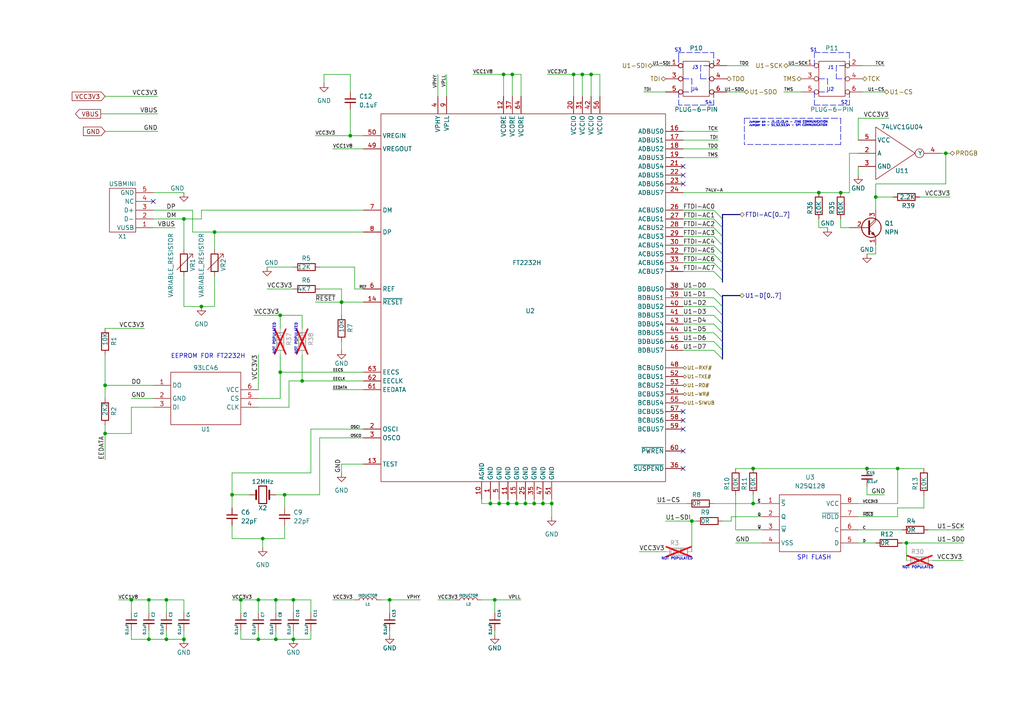
<source format=kicad_sch>
(kicad_sch (version 20230121) (generator eeschema)
  (paper "A4")
  (junction (at 146.05 21.59))
  (junction (at 160.02 146.05))
  (junction (at 43.18 185.42))
  (junction (at 143.51 173.99))
  (junction (at 85.09 185.42))
  (junction (at 74.93 185.42))
  (junction (at 168.91 21.59))
  (junction (at 80.01 173.99))
  (junction (at 171.45 21.59))
  (junction (at 142.24 146.05))
  (junction (at 67.31 143.51))
  (junction (at 144.78 146.05))
  (junction (at 30.48 111.76))
  (junction (at 148.59 21.59))
  (junction (at 260.35 135.89))
  (junction (at 274.32 44.45))
  (junction (at 200.66 151.13))
  (junction (at 74.93 173.99))
  (junction (at 82.55 143.51))
  (junction (at 62.23 67.31))
  (junction (at 218.44 146.05))
  (junction (at 101.6 39.37))
  (junction (at 48.26 173.99))
  (junction (at 152.4 146.05))
  (junction (at 30.48 125.73))
  (junction (at 99.06 87.63))
  (junction (at 262.89 157.48))
  (junction (at 157.48 146.05))
  (junction (at 251.46 135.89))
  (junction (at 43.18 173.99))
  (junction (at 69.85 173.99))
  (junction (at 243.84 55.88))
  (junction (at 76.2 156.21))
  (junction (at 149.86 146.05))
  (junction (at 147.32 146.05))
  (junction (at 80.01 185.42))
  (junction (at 38.1 173.99))
  (junction (at 48.26 185.42))
  (junction (at 166.37 21.59))
  (junction (at 58.42 88.9))
  (junction (at 154.94 146.05))
  (junction (at 53.34 63.5))
  (junction (at 254 57.15))
  (junction (at 237.49 55.88))
  (junction (at 218.44 135.89))
  (junction (at 81.28 107.95))
  (junction (at 87.63 110.49))
  (junction (at 85.09 173.99))
  (junction (at 53.34 185.42))
  (junction (at 113.03 173.99))
  (junction (at 81.28 91.44))
  (no_connect (at 198.12 53.34))
  (no_connect (at 198.12 135.89))
  (no_connect (at 198.12 124.46))
  (no_connect (at 44.45 58.42))
  (no_connect (at 198.12 130.81))
  (no_connect (at 198.12 48.26))
  (no_connect (at 198.12 121.92))
  (no_connect (at 198.12 50.8))
  (no_connect (at 198.12 119.38))
  (bus_entry (at 209.55 66.04) (size -2.54 -2.54))
  (bus_entry (at 209.55 104.14) (size -2.54 -2.54))
  (bus_entry (at 209.55 91.44) (size -2.54 -2.54))
  (bus_entry (at 209.55 76.2) (size -2.54 -2.54))
  (bus_entry (at 209.55 96.52) (size -2.54 -2.54))
  (bus_entry (at 209.55 81.28) (size -2.54 -2.54))
  (bus_entry (at 209.55 68.58) (size -2.54 -2.54))
  (bus_entry (at 209.55 71.12) (size -2.54 -2.54))
  (bus_entry (at 209.55 86.36) (size -2.54 -2.54))
  (bus_entry (at 209.55 93.98) (size -2.54 -2.54))
  (bus_entry (at 209.55 63.5) (size -2.54 -2.54))
  (bus_entry (at 209.55 88.9) (size -2.54 -2.54))
  (bus_entry (at 209.55 99.06) (size -2.54 -2.54))
  (bus_entry (at 209.55 78.74) (size -2.54 -2.54))
  (bus_entry (at 209.55 101.6) (size -2.54 -2.54))
  (bus_entry (at 209.55 73.66) (size -2.54 -2.54))
  (wire (pts (xy 99.06 87.63) (xy 99.06 91.44)))
  (wire (pts (xy 250.19 26.67) (xy 256.54 26.67)))
  (wire (pts (xy 80.01 173.99) (xy 85.09 173.99)))
  (wire (pts (xy 85.09 173.99) (xy 85.09 177.8)))
  (wire (pts (xy 198.12 60.96) (xy 207.01 60.96)))
  (wire (pts (xy 74.93 173.99) (xy 80.01 173.99)))
  (polyline (pts (xy 203.2 19.05) (xy 203.2 22.86)) (stroke (width 0) (type dash)))
  (wire (pts (xy 30.48 125.73) (xy 30.48 133.35)))
  (wire (pts (xy 90.17 137.16) (xy 67.31 137.16)))
  (wire (pts (xy 44.45 118.11) (xy 38.1 118.11)))
  (wire (pts (xy 260.35 149.86) (xy 260.35 147.32)))
  (wire (pts (xy 198.12 71.12) (xy 207.01 71.12)))
  (wire (pts (xy 129.54 21.59) (xy 129.54 27.94)))
  (wire (pts (xy 198.12 101.6) (xy 207.01 101.6)))
  (wire (pts (xy 254 53.34) (xy 254 57.15)))
  (wire (pts (xy 200.66 151.13) (xy 201.93 151.13)))
  (wire (pts (xy 34.29 173.99) (xy 38.1 173.99)))
  (wire (pts (xy 38.1 118.11) (xy 38.1 125.73)))
  (wire (pts (xy 99.06 99.06) (xy 99.06 101.6)))
  (wire (pts (xy 139.7 173.99) (xy 143.51 173.99)))
  (wire (pts (xy 237.49 66.04) (xy 240.03 66.04)))
  (wire (pts (xy 198.12 66.04) (xy 207.01 66.04)))
  (polyline (pts (xy 243.84 41.91) (xy 241.3 41.91)) (stroke (width 0) (type dash)))
  (bus (pts (xy 209.55 78.74) (xy 209.55 81.28)))
  (wire (pts (xy 148.59 21.59) (xy 151.13 21.59)))
  (wire (pts (xy 43.18 182.88) (xy 43.18 185.42)))
  (wire (pts (xy 198.12 73.66) (xy 207.01 73.66)))
  (polyline (pts (xy 236.22 19.05) (xy 236.22 15.24)) (stroke (width 0) (type dash)))
  (wire (pts (xy 91.44 39.37) (xy 101.6 39.37)))
  (wire (pts (xy 198.12 99.06) (xy 207.01 99.06)))
  (wire (pts (xy 273.05 44.45) (xy 274.32 44.45)))
  (wire (pts (xy 48.26 173.99) (xy 48.26 177.8)))
  (wire (pts (xy 53.34 177.8) (xy 53.34 173.99)))
  (wire (pts (xy 69.85 177.8) (xy 69.85 173.99)))
  (polyline (pts (xy 237.49 26.67) (xy 240.03 26.67)) (stroke (width 0) (type dash)))
  (wire (pts (xy 213.36 135.89) (xy 218.44 135.89)))
  (wire (pts (xy 146.05 21.59) (xy 148.59 21.59)))
  (polyline (pts (xy 207.01 26.67) (xy 207.01 30.48)) (stroke (width 0) (type dash)))
  (bus (pts (xy 209.55 96.52) (xy 209.55 99.06)))
  (polyline (pts (xy 196.85 16.51) (xy 196.85 19.05)) (stroke (width 0) (type dash)))
  (wire (pts (xy 96.52 43.18) (xy 105.41 43.18)))
  (wire (pts (xy 69.85 182.88) (xy 69.85 185.42)))
  (wire (pts (xy 74.93 102.87) (xy 74.93 113.03)))
  (wire (pts (xy 260.35 135.89) (xy 267.97 135.89)))
  (wire (pts (xy 80.01 182.88) (xy 80.01 185.42)))
  (wire (pts (xy 30.48 111.76) (xy 30.48 102.87)))
  (wire (pts (xy 77.47 77.47) (xy 85.09 77.47)))
  (polyline (pts (xy 215.9 34.29) (xy 241.3 34.29)) (stroke (width 0) (type dash)))
  (wire (pts (xy 243.84 55.88) (xy 246.38 55.88)))
  (wire (pts (xy 198.12 63.5) (xy 207.01 63.5)))
  (wire (pts (xy 143.51 173.99) (xy 143.51 177.8)))
  (wire (pts (xy 105.41 127) (xy 92.71 127)))
  (wire (pts (xy 101.6 21.59) (xy 93.98 21.59)))
  (wire (pts (xy 198.12 76.2) (xy 207.01 76.2)))
  (bus (pts (xy 209.55 73.66) (xy 209.55 76.2)))
  (wire (pts (xy 228.6 19.05) (xy 232.41 19.05)))
  (wire (pts (xy 44.45 111.76) (xy 30.48 111.76)))
  (wire (pts (xy 48.26 185.42) (xy 53.34 185.42)))
  (wire (pts (xy 67.31 156.21) (xy 67.31 152.4)))
  (polyline (pts (xy 246.38 26.67) (xy 246.38 30.48)) (stroke (width 0) (type dash)))
  (wire (pts (xy 267.97 147.32) (xy 267.97 143.51)))
  (wire (pts (xy 74.93 185.42) (xy 69.85 185.42)))
  (wire (pts (xy 144.78 144.78) (xy 144.78 146.05)))
  (wire (pts (xy 48.26 173.99) (xy 53.34 173.99)))
  (wire (pts (xy 77.47 83.82) (xy 85.09 83.82)))
  (wire (pts (xy 190.5 146.05) (xy 199.39 146.05)))
  (wire (pts (xy 154.94 146.05) (xy 157.48 146.05)))
  (polyline (pts (xy 198.12 26.67) (xy 200.66 26.67)) (stroke (width 0) (type dash)))
  (wire (pts (xy 87.63 91.44) (xy 87.63 95.25)))
  (wire (pts (xy 113.03 173.99) (xy 121.92 173.99)))
  (wire (pts (xy 246.38 66.04) (xy 243.84 66.04)))
  (wire (pts (xy 151.13 21.59) (xy 151.13 27.94)))
  (wire (pts (xy 248.92 34.29) (xy 257.81 34.29)))
  (wire (pts (xy 269.24 153.67) (xy 279.4 153.67)))
  (wire (pts (xy 99.06 83.82) (xy 92.71 83.82)))
  (polyline (pts (xy 207.01 30.48) (xy 196.85 30.48)) (stroke (width 0) (type dash)))
  (wire (pts (xy 53.34 63.5) (xy 44.45 63.5)))
  (wire (pts (xy 127 173.99) (xy 132.08 173.99)))
  (wire (pts (xy 87.63 102.87) (xy 87.63 110.49)))
  (wire (pts (xy 198.12 38.1) (xy 208.28 38.1)))
  (polyline (pts (xy 243.84 34.29) (xy 243.84 41.91)) (stroke (width 0) (type dash)))
  (wire (pts (xy 55.88 60.96) (xy 55.88 67.31)))
  (wire (pts (xy 168.91 21.59) (xy 171.45 21.59)))
  (bus (pts (xy 209.55 68.58) (xy 209.55 71.12)))
  (polyline (pts (xy 245.11 19.05) (xy 242.57 19.05)) (stroke (width 0) (type dash)))
  (wire (pts (xy 248.92 153.67) (xy 261.62 153.67)))
  (wire (pts (xy 74.93 182.88) (xy 74.93 185.42)))
  (polyline (pts (xy 196.85 15.24) (xy 196.85 16.51)) (stroke (width 0) (type dash)))
  (wire (pts (xy 92.71 77.47) (xy 102.87 77.47)))
  (bus (pts (xy 209.55 85.725) (xy 214.63 85.725)))
  (wire (pts (xy 81.28 91.44) (xy 81.28 95.25)))
  (wire (pts (xy 30.48 27.94) (xy 45.72 27.94)))
  (wire (pts (xy 82.55 143.51) (xy 82.55 147.32)))
  (wire (pts (xy 105.41 110.49) (xy 87.63 110.49)))
  (wire (pts (xy 105.41 107.95) (xy 81.28 107.95)))
  (polyline (pts (xy 240.03 22.86) (xy 240.03 26.67)) (stroke (width 0) (type dash)))
  (wire (pts (xy 198.12 91.44) (xy 207.01 91.44)))
  (wire (pts (xy 270.51 162.56) (xy 279.4 162.56)))
  (wire (pts (xy 248.92 48.26) (xy 248.92 50.8)))
  (wire (pts (xy 67.31 137.16) (xy 67.31 143.51)))
  (wire (pts (xy 38.1 173.99) (xy 43.18 173.99)))
  (wire (pts (xy 87.63 110.49) (xy 83.82 110.49)))
  (wire (pts (xy 173.99 27.94) (xy 173.99 21.59)))
  (wire (pts (xy 30.48 38.1) (xy 45.72 38.1)))
  (wire (pts (xy 212.09 151.13) (xy 209.55 151.13)))
  (wire (pts (xy 160.02 144.78) (xy 160.02 146.05)))
  (wire (pts (xy 243.84 66.04) (xy 243.84 63.5)))
  (wire (pts (xy 198.12 55.88) (xy 237.49 55.88)))
  (wire (pts (xy 90.17 173.99) (xy 90.17 177.8)))
  (wire (pts (xy 148.59 21.59) (xy 148.59 27.94)))
  (wire (pts (xy 218.44 135.89) (xy 251.46 135.89)))
  (wire (pts (xy 93.98 21.59) (xy 93.98 24.13)))
  (wire (pts (xy 105.41 60.96) (xy 58.42 60.96)))
  (bus (pts (xy 209.55 62.23) (xy 209.55 63.5)))
  (bus (pts (xy 209.55 93.98) (xy 209.55 96.52)))
  (wire (pts (xy 210.82 19.05) (xy 217.17 19.05)))
  (wire (pts (xy 218.44 143.51) (xy 218.44 146.05)))
  (wire (pts (xy 44.45 55.88) (xy 53.34 55.88)))
  (wire (pts (xy 113.03 182.88) (xy 113.03 184.15)))
  (wire (pts (xy 83.82 110.49) (xy 83.82 118.11)))
  (wire (pts (xy 274.32 44.45) (xy 275.59 44.45)))
  (wire (pts (xy 74.93 118.11) (xy 83.82 118.11)))
  (bus (pts (xy 214.63 62.23) (xy 209.55 62.23)))
  (wire (pts (xy 198.12 88.9) (xy 207.01 88.9)))
  (wire (pts (xy 185.42 160.02) (xy 193.04 160.02)))
  (wire (pts (xy 168.91 21.59) (xy 168.91 27.94)))
  (wire (pts (xy 266.7 57.15) (xy 275.59 57.15)))
  (wire (pts (xy 90.17 185.42) (xy 85.09 185.42)))
  (wire (pts (xy 99.06 134.62) (xy 105.41 134.62)))
  (bus (pts (xy 209.55 86.36) (xy 209.55 88.9)))
  (wire (pts (xy 254 53.34) (xy 274.32 53.34)))
  (wire (pts (xy 82.55 156.21) (xy 76.2 156.21)))
  (wire (pts (xy 74.93 173.99) (xy 74.93 177.8)))
  (wire (pts (xy 48.26 182.88) (xy 48.26 185.42)))
  (wire (pts (xy 127 21.59) (xy 127 27.94)))
  (wire (pts (xy 149.86 144.78) (xy 149.86 146.05)))
  (wire (pts (xy 251.46 73.66) (xy 254 73.66)))
  (wire (pts (xy 186.69 26.67) (xy 193.04 26.67)))
  (wire (pts (xy 213.36 157.48) (xy 220.98 157.48)))
  (wire (pts (xy 81.28 115.57) (xy 74.93 115.57)))
  (wire (pts (xy 198.12 45.72) (xy 208.28 45.72)))
  (wire (pts (xy 73.66 91.44) (xy 81.28 91.44)))
  (wire (pts (xy 147.32 144.78) (xy 147.32 146.05)))
  (wire (pts (xy 38.1 115.57) (xy 44.45 115.57)))
  (wire (pts (xy 91.44 87.63) (xy 99.06 87.63)))
  (wire (pts (xy 62.23 67.31) (xy 62.23 72.39)))
  (polyline (pts (xy 236.22 30.48) (xy 246.38 30.48)) (stroke (width 0) (type dash)))
  (wire (pts (xy 58.42 88.9) (xy 53.34 88.9)))
  (wire (pts (xy 254 57.15) (xy 259.08 57.15)))
  (wire (pts (xy 246.38 44.45) (xy 248.92 44.45)))
  (wire (pts (xy 237.49 55.88) (xy 243.84 55.88)))
  (wire (pts (xy 81.28 91.44) (xy 87.63 91.44)))
  (wire (pts (xy 48.26 185.42) (xy 43.18 185.42)))
  (wire (pts (xy 248.92 146.05) (xy 260.35 146.05)))
  (wire (pts (xy 139.7 146.05) (xy 142.24 146.05)))
  (wire (pts (xy 248.92 157.48) (xy 254 157.48)))
  (wire (pts (xy 99.06 87.63) (xy 99.06 83.82)))
  (wire (pts (xy 85.09 173.99) (xy 90.17 173.99)))
  (polyline (pts (xy 236.22 26.67) (xy 236.22 30.48)) (stroke (width 0) (type dash)))
  (wire (pts (xy 227.33 26.67) (xy 232.41 26.67)))
  (wire (pts (xy 85.09 182.88) (xy 85.09 185.42)))
  (wire (pts (xy 262.89 157.48) (xy 279.4 157.48)))
  (wire (pts (xy 62.23 80.01) (xy 62.23 88.9)))
  (wire (pts (xy 198.12 83.82) (xy 207.01 83.82)))
  (wire (pts (xy 147.32 146.05) (xy 149.86 146.05)))
  (wire (pts (xy 251.46 135.89) (xy 260.35 135.89)))
  (wire (pts (xy 90.17 124.46) (xy 90.17 137.16)))
  (wire (pts (xy 53.34 63.5) (xy 53.34 72.39)))
  (wire (pts (xy 198.12 86.36) (xy 207.01 86.36)))
  (polyline (pts (xy 241.3 41.91) (xy 215.9 41.91)) (stroke (width 0) (type dash)))
  (wire (pts (xy 198.12 43.18) (xy 208.28 43.18)))
  (polyline (pts (xy 205.74 19.05) (xy 203.2 19.05)) (stroke (width 0) (type dash)))
  (polyline (pts (xy 203.2 22.86) (xy 205.74 22.86)) (stroke (width 0) (type dash)))
  (wire (pts (xy 260.35 147.32) (xy 267.97 147.32)))
  (bus (pts (xy 209.55 99.06) (xy 209.55 101.6)))
  (wire (pts (xy 44.45 60.96) (xy 55.88 60.96)))
  (wire (pts (xy 149.86 146.05) (xy 152.4 146.05)))
  (bus (pts (xy 209.55 63.5) (xy 209.55 66.04)))
  (wire (pts (xy 67.31 143.51) (xy 72.39 143.51)))
  (wire (pts (xy 248.92 149.86) (xy 260.35 149.86)))
  (wire (pts (xy 154.94 144.78) (xy 154.94 146.05)))
  (wire (pts (xy 38.1 125.73) (xy 30.48 125.73)))
  (wire (pts (xy 55.88 67.31) (xy 62.23 67.31)))
  (wire (pts (xy 254 60.96) (xy 254 57.15)))
  (wire (pts (xy 144.78 146.05) (xy 147.32 146.05)))
  (wire (pts (xy 43.18 185.42) (xy 38.1 185.42)))
  (polyline (pts (xy 237.49 22.86) (xy 240.03 22.86)) (stroke (width 0) (type dash)))
  (bus (pts (xy 209.55 101.6) (xy 209.55 104.14)))
  (wire (pts (xy 43.18 173.99) (xy 48.26 173.99)))
  (wire (pts (xy 76.2 156.21) (xy 76.2 158.75)))
  (wire (pts (xy 198.12 78.74) (xy 207.01 78.74)))
  (wire (pts (xy 80.01 173.99) (xy 80.01 177.8)))
  (bus (pts (xy 209.55 88.9) (xy 209.55 91.44)))
  (wire (pts (xy 171.45 21.59) (xy 173.99 21.59)))
  (wire (pts (xy 81.28 102.87) (xy 81.28 107.95)))
  (wire (pts (xy 139.7 144.78) (xy 139.7 146.05)))
  (wire (pts (xy 220.98 149.86) (xy 212.09 149.86)))
  (polyline (pts (xy 196.85 15.24) (xy 207.01 15.24)) (stroke (width 0) (type dash)))
  (wire (pts (xy 262.89 157.48) (xy 262.89 162.56)))
  (wire (pts (xy 143.51 173.99) (xy 151.13 173.99)))
  (polyline (pts (xy 200.66 22.86) (xy 200.66 26.67)) (stroke (width 0) (type dash)))
  (wire (pts (xy 207.01 146.05) (xy 218.44 146.05)))
  (bus (pts (xy 209.55 81.28) (xy 209.55 81.788)))
  (wire (pts (xy 67.31 173.99) (xy 69.85 173.99)))
  (wire (pts (xy 171.45 21.59) (xy 171.45 27.94)))
  (wire (pts (xy 90.17 182.88) (xy 90.17 185.42)))
  (wire (pts (xy 43.18 173.99) (xy 43.18 177.8)))
  (polyline (pts (xy 241.3 34.29) (xy 243.84 34.29)) (stroke (width 0) (type dash)))
  (polyline (pts (xy 246.38 15.24) (xy 246.38 19.05)) (stroke (width 0) (type dash)))
  (wire (pts (xy 143.51 182.88) (xy 143.51 184.15)))
  (polyline (pts (xy 215.9 34.29) (xy 215.9 41.91)) (stroke (width 0) (type dash)))
  (wire (pts (xy 102.87 83.82) (xy 105.41 83.82)))
  (wire (pts (xy 250.19 19.05) (xy 256.54 19.05)))
  (wire (pts (xy 166.37 21.59) (xy 166.37 27.94)))
  (wire (pts (xy 251.46 143.51) (xy 256.54 143.51)))
  (wire (pts (xy 212.09 149.86) (xy 212.09 151.13)))
  (wire (pts (xy 142.24 146.05) (xy 144.78 146.05)))
  (wire (pts (xy 67.31 143.51) (xy 67.31 147.32)))
  (wire (pts (xy 152.4 146.05) (xy 154.94 146.05)))
  (wire (pts (xy 261.62 157.48) (xy 262.89 157.48)))
  (wire (pts (xy 62.23 67.31) (xy 105.41 67.31)))
  (wire (pts (xy 157.48 146.05) (xy 160.02 146.05)))
  (wire (pts (xy 189.23 19.05) (xy 193.04 19.05)))
  (wire (pts (xy 62.23 88.9) (xy 58.42 88.9)))
  (polyline (pts (xy 242.57 22.86) (xy 245.11 22.86)) (stroke (width 0) (type dash)))
  (wire (pts (xy 30.48 111.76) (xy 30.48 115.57)))
  (wire (pts (xy 38.1 173.99) (xy 38.1 177.8)))
  (bus (pts (xy 209.55 71.12) (xy 209.55 73.66)))
  (polyline (pts (xy 198.12 22.86) (xy 200.66 22.86)) (stroke (width 0) (type dash)))
  (polyline (pts (xy 207.01 15.24) (xy 207.01 19.05)) (stroke (width 0) (type dash)))
  (wire (pts (xy 92.71 143.51) (xy 82.55 143.51)))
  (wire (pts (xy 101.6 26.67) (xy 101.6 21.59)))
  (bus (pts (xy 209.55 76.2) (xy 209.55 78.74)))
  (wire (pts (xy 82.55 152.4) (xy 82.55 156.21)))
  (wire (pts (xy 213.36 153.67) (xy 220.98 153.67)))
  (wire (pts (xy 110.49 173.99) (xy 113.03 173.99)))
  (wire (pts (xy 254 71.12) (xy 254 73.66)))
  (wire (pts (xy 92.71 127) (xy 92.71 143.51)))
  (polyline (pts (xy 196.85 26.67) (xy 196.85 30.48)) (stroke (width 0) (type dash)))
  (wire (pts (xy 142.24 144.78) (xy 142.24 146.05)))
  (wire (pts (xy 246.38 55.88) (xy 246.38 44.45)))
  (wire (pts (xy 237.49 63.5) (xy 237.49 66.04)))
  (wire (pts (xy 193.04 151.13) (xy 200.66 151.13)))
  (wire (pts (xy 260.35 146.05) (xy 260.35 135.89)))
  (bus (pts (xy 209.55 85.725) (xy 209.55 86.36)))
  (wire (pts (xy 198.12 68.58) (xy 207.01 68.58)))
  (wire (pts (xy 53.34 182.88) (xy 53.34 185.42)))
  (wire (pts (xy 99.06 137.16) (xy 99.06 134.62)))
  (wire (pts (xy 198.12 40.64) (xy 208.28 40.64)))
  (wire (pts (xy 85.09 185.42) (xy 80.01 185.42)))
  (wire (pts (xy 38.1 185.42) (xy 38.1 182.88)))
  (wire (pts (xy 69.85 173.99) (xy 74.93 173.99)))
  (wire (pts (xy 152.4 144.78) (xy 152.4 146.05)))
  (wire (pts (xy 102.87 77.47) (xy 102.87 83.82)))
  (wire (pts (xy 96.52 113.03) (xy 105.41 113.03)))
  (wire (pts (xy 101.6 31.75) (xy 101.6 39.37)))
  (wire (pts (xy 96.52 173.99) (xy 102.87 173.99)))
  (wire (pts (xy 218.44 146.05) (xy 220.98 146.05)))
  (wire (pts (xy 80.01 185.42) (xy 74.93 185.42)))
  (wire (pts (xy 157.48 144.78) (xy 157.48 146.05)))
  (wire (pts (xy 81.28 107.95) (xy 81.28 115.57)))
  (bus (pts (xy 209.55 66.04) (xy 209.55 68.58)))
  (wire (pts (xy 213.36 143.51) (xy 213.36 153.67)))
  (wire (pts (xy 160.02 146.05) (xy 160.02 149.86)))
  (wire (pts (xy 99.06 87.63) (xy 105.41 87.63)))
  (wire (pts (xy 158.75 21.59) (xy 166.37 21.59)))
  (wire (pts (xy 200.66 151.13) (xy 200.66 160.02)))
  (wire (pts (xy 58.42 63.5) (xy 53.34 63.5)))
  (wire (pts (xy 30.48 95.25) (xy 41.91 95.25)))
  (wire (pts (xy 248.92 40.64) (xy 248.92 34.29)))
  (wire (pts (xy 146.05 21.59) (xy 146.05 27.94)))
  (wire (pts (xy 251.46 140.97) (xy 251.46 143.51)))
  (wire (pts (xy 76.2 156.21) (xy 67.31 156.21)))
  (wire (pts (xy 53.34 88.9) (xy 53.34 80.01)))
  (wire (pts (xy 198.12 93.98) (xy 207.01 93.98)))
  (wire (pts (xy 166.37 21.59) (xy 168.91 21.59)))
  (wire (pts (xy 113.03 173.99) (xy 113.03 177.8)))
  (wire (pts (xy 198.12 96.52) (xy 207.01 96.52)))
  (wire (pts (xy 137.16 21.59) (xy 146.05 21.59)))
  (wire (pts (xy 101.6 39.37) (xy 105.41 39.37)))
  (bus (pts (xy 209.55 91.44) (xy 209.55 93.98)))
  (wire (pts (xy 29.21 33.02) (xy 45.72 33.02)))
  (wire (pts (xy 82.55 143.51) (xy 80.01 143.51)))
  (wire (pts (xy 274.32 44.45) (xy 274.32 53.34)))
  (wire (pts (xy 58.42 60.96) (xy 58.42 63.5)))
  (wire (pts (xy 105.41 124.46) (xy 90.17 124.46)))
  (wire (pts (xy 30.48 123.19) (xy 30.48 125.73)))
  (wire (pts (xy 210.82 26.67) (xy 215.9 26.67)))
  (polyline (pts (xy 242.57 19.05) (xy 242.57 22.86)) (stroke (width 0) (type dash)))
  (wire (pts (xy 44.45 66.04) (xy 50.8 66.04)))
  (polyline (pts (xy 236.22 15.24) (xy 246.38 15.24)) (stroke (width 0) (type dash)))
  (text "J4" (at 200.66 26.67 0) (effects (font (size 1 1)) (justify left bottom)))
  (text "S4" (at 204.47 30.48 0) (effects (font (size 1 1)) (justify left bottom)))
  (text "NOT POPULATED" (at 191.77 162.56 0) (effects (font (size 0.75 0.75)) (justify left bottom)))
  (text "S2" (at 243.84 30.48 0) (effects (font (size 1 1)) (justify left bottom)))
  (text "NOT POPULATED" (at 80.01 102.87 90) (effects (font (size 0.75 0.75)) (justify left bottom)))
  (text "SPI FLASH" (at 231.14 162.56 0) (effects (font (size 1.27 1.27)) (justify left bottom)))
  (text "J1" (at 240.03 20.32 0) (effects (font (size 1 1)) (justify left bottom)))
  (text "NOT POPULATED" (at 261.62 165.1 0) (effects (font (size 0.75 0.75)) (justify left bottom)))
  (text "S3" (at 195.58 15.24 0) (effects (font (size 1 1)) (justify left bottom)))
  (text "Jumper on - J1,J2,J3,J4 - JTAG COMMUNICATION\nJumper on - S1,S2,S3,S4 - SPI COMMUNICATION" (at 217.17 36.83 0) (effects (font (size 0.6 0.6)) (justify left bottom)))
  (text "J2" (at 240.03 26.67 0) (effects (font (size 1 1)) (justify left bottom)))
  (text "EEPROM FOR FT2232H" (at 49.53 104.14 0) (effects (font (size 1.27 1.27)) (justify left bottom)))
  (text "S1" (at 234.95 15.24 0) (effects (font (size 1 1)) (justify left bottom)))
  (text "J3" (at 200.66 20.32 0) (effects (font (size 1 1)) (justify left bottom)))
  (text "NOT POPULATED" (at 86.36 102.87 90) (effects (font (size 0.75 0.75)) (justify left bottom)))
  (label "DO" (at 38.1 111.76 0))
  (label "DP" (at 48.26 60.96 0))
  (label "~{S}" (at 219.71 146.05 0) (effects (font (size 0.762 0.762))))
  (label "VCC3V3" (at 73.66 91.44 0))
  (label "TDI" (at 186.69 26.67 0) (effects (font (size 0.9 0.9))))
  (label "U1-D4" (at 198.12 93.98 0))
  (label "~{HOLD}" (at 250.19 149.86 0) (effects (font (size 0.762 0.762))))
  (label "FTDI-AC6" (at 198.12 76.2 0))
  (label "VCC1V8" (at 34.29 173.99 0) (effects (font (size 1 1))))
  (label "VCC3V3" (at 77.47 83.82 0))
  (label "GND" (at 252.73 143.51 0))
  (label "U1-SDI" (at 193.04 151.13 0))
  (label "TMS" (at 227.33 26.67 0) (effects (font (size 0.9 0.9))))
  (label "U1-D2" (at 198.12 88.9 0))
  (label "VCC3V3" (at 41.91 95.25 180))
  (label "VPHY" (at 121.92 173.99 180) (effects (font (size 1 1))))
  (label "GND" (at 99.06 137.16 90))
  (label "U1-D7" (at 198.12 101.6 0))
  (label "GND" (at 45.72 38.1 180))
  (label "FTDI-AC4" (at 198.12 71.12 0))
  (label "VCC1V8" (at 96.52 43.18 0) (effects (font (size 1 1))))
  (label "U1-SCK" (at 271.78 153.67 0))
  (label "TMS" (at 208.28 45.72 180) (effects (font (size 1 1))))
  (label "VCC3V3" (at 275.59 57.15 180))
  (label "VBUS" (at 45.72 33.02 180))
  (label "VCC3V3" (at 271.78 162.56 0))
  (label "GND" (at 213.36 157.48 0))
  (label "VCC3V3" (at 45.72 27.94 180))
  (label "VPLL" (at 129.54 21.59 270) (effects (font (size 1 1))))
  (label "U1-D0" (at 198.12 83.82 0))
  (label "FTDI-AC7" (at 198.12 78.74 0))
  (label "TCK" (at 256.54 19.05 180) (effects (font (size 0.9 0.9))))
  (label "U1-CS" (at 256.54 26.67 180) (effects (font (size 0.9 0.9))))
  (label "TDO" (at 217.17 19.05 180) (effects (font (size 0.9 0.9))))
  (label "FTDI-AC3" (at 198.12 68.58 0))
  (label "VCC3V3" (at 74.93 102.87 270))
  (label "U1-SDO" (at 271.78 157.48 0))
  (label "TDI" (at 208.28 40.64 180) (effects (font (size 1 1))))
  (label "GND" (at 38.1 115.57 0))
  (label "C" (at 250.19 153.67 0) (effects (font (size 0.762 0.762))))
  (label "OSCO" (at 101.6 127 0) (effects (font (size 0.762 0.762))))
  (label "DM" (at 48.26 63.5 0))
  (label "EEDATA" (at 96.52 113.03 0) (effects (font (size 0.762 0.762))))
  (label "VPHY" (at 127 21.59 270) (effects (font (size 1 1))))
  (label "U1-SDO" (at 215.9 26.67 180) (effects (font (size 0.9 0.9))))
  (label "REF" (at 104.14 83.82 0) (effects (font (size 0.762 0.762))))
  (label "U1-SCK" (at 228.6 19.05 0) (effects (font (size 0.9 0.9))))
  (label "VCC3V3" (at 127 173.99 0) (effects (font (size 1 1))))
  (label "VPLL" (at 151.13 173.99 180) (effects (font (size 1 1))))
  (label "VCC3V3" (at 67.31 173.99 0) (effects (font (size 1 1))))
  (label "FTDI-AC0" (at 198.12 60.96 0))
  (label "Q" (at 219.71 149.86 0) (effects (font (size 0.762 0.762))))
  (label "EEDATA" (at 30.48 133.35 90))
  (label "VCC3V3" (at 250.19 146.05 0) (effects (font (size 0.762 0.762))))
  (label "74LV-A" (at 204.47 55.88 0) (effects (font (size 0.889 0.889))))
  (label "U1-D6" (at 198.12 99.06 0))
  (label "VCC3V3" (at 185.42 160.02 0))
  (label "VBUS" (at 50.8 66.04 180))
  (label "TDO" (at 208.28 43.18 180) (effects (font (size 1 1))))
  (label "VCC3V3" (at 257.81 34.29 180))
  (label "VCC3V3" (at 91.44 39.37 0) (effects (font (size 1 1))))
  (label "OSCI" (at 101.6 124.46 0) (effects (font (size 0.762 0.762))))
  (label "EECLK" (at 96.52 110.49 0) (effects (font (size 0.762 0.762))))
  (label "VCC3V3" (at 96.52 173.99 0) (effects (font (size 1 1))))
  (label "EECS" (at 96.52 107.95 0) (effects (font (size 0.762 0.762))))
  (label "U1-D5" (at 198.12 96.52 0))
  (label "U1-CS" (at 190.5 146.05 0))
  (label "VCC1V8" (at 137.16 21.59 0) (effects (font (size 1 1))))
  (label "FTDI-AC2" (at 198.12 66.04 0))
  (label "D" (at 250.19 157.48 0) (effects (font (size 0.762 0.762))))
  (label "U1-D3" (at 198.12 91.44 0))
  (label "U1-SDI" (at 189.23 19.05 0) (effects (font (size 0.9 0.9))))
  (label "VCC3V3" (at 158.75 21.59 0) (effects (font (size 1 1))))
  (label "TCK" (at 208.28 38.1 180) (effects (font (size 1 1))))
  (label "~{RESET}" (at 91.44 87.63 0))
  (label "FTDI-AC1" (at 198.12 63.5 0))
  (label "~{W}" (at 219.71 153.67 0) (effects (font (size 0.762 0.762))))
  (label "U1-D1" (at 198.12 86.36 0))
  (label "FTDI-AC5" (at 198.12 73.66 0))
  (global_label "VBUS" (shape output) (at 29.21 33.02 180) (property "Intersheetrefs" "${INTERSHEET_REFS}" (effects hide)))
  (global_label "VCC3V3" (shape input) (at 30.48 27.94 180) (property "Intersheetrefs" "${INTERSHEET_REFS}" (effects hide)))
  (global_label "GND" (shape input) (at 30.48 38.1 180) (property "Intersheetrefs" "${INTERSHEET_REFS}" (effects hide)))
  (hierarchical_label "U1-SDI" (shape bidirectional) (at 189.23 19.05 180))
  (hierarchical_label "U1-CS" (shape bidirectional) (at 256.54 26.67 0))
  (hierarchical_label "U1-SDO" (shape bidirectional) (at 215.9 26.67 0))
  (hierarchical_label "TDO" (shape bidirectional) (at 210.82 22.86 0))
  (hierarchical_label "FTDI-AC[0..7]" (shape bidirectional) (at 214.63 62.23 0) (effects (font (size 1.25 1.25))))
  (hierarchical_label "U1-WR#" (shape bidirectional) (at 198.12 114.3 0) (effects (font (size 1 1))))
  (hierarchical_label "U1-TXE#" (shape bidirectional) (at 198.12 109.22 0) (effects (font (size 1 1))))
  (hierarchical_label "TMS" (shape bidirectional) (at 232.41 22.86 180))
  (hierarchical_label "U1-D[0..7]" (shape bidirectional) (at 214.63 85.725 0) (effects (font (size 1.25 1.25))))
  (hierarchical_label "U1-SCK" (shape bidirectional) (at 228.6 19.05 180))
  (hierarchical_label "U1-SIWUB" (shape bidirectional) (at 198.12 116.84 0) (effects (font (size 1 1))))
  (hierarchical_label "PROGB" (shape bidirectional) (at 275.59 44.45 0))
  (hierarchical_label "U1-RXF#" (shape bidirectional) (at 198.12 106.68 0) (effects (font (size 1 1))))
  (hierarchical_label "TCK" (shape bidirectional) (at 250.19 22.86 0))
  (hierarchical_label "U1-RD#" (shape bidirectional) (at 198.12 111.76 0) (effects (font (size 1 1))))
  (hierarchical_label "TDI" (shape bidirectional) (at 193.04 22.86 180))
  (symbol (lib_id "saturn:PLUG-6-PIN") (at 241.3 22.86 0) (unit 1)
    (property "Reference" "P11" (at 241.3 13.97 0))
    (property "Value" "PLUG-6-PIN" (at 241.3 31.75 0))
    (property "Footprint" "saturn:PinHeader_2x03_P2.54mm_Vertical" (effects hide))
    (property "Datasheet" "n/a" (effects hide))
    (property "Description" "PIN HEADER, DOUBLE ROW 6 PIN STR" (effects hide))
    (property "Manufacturer#" "2011-2X03G00SB" (effects hide))
    (property "Supplier" "DigiKey" (effects hide))
    (property "Manufacturer" "Oupiin" (effects hide))
  )
  (symbol (lib_id "saturn:Crystal") (at 76.2 143.51 0) (unit 1)
    (property "Reference" "X2" (at 76.2 147.32 0))
    (property "Value" "12MHz" (at 76.2 139.7 0))
    (property "Footprint" "saturn:Crystal_SMD_0603-2Pin_6.0x3.5mm" (effects hide))
    (property "Datasheet" "https://ecsxtal.com/store/pdf/ecx-64a_ecx-64cr.pdf" (effects hide))
    (property "Description" "12 MHz ±30ppm Crystal 18pF 80 Ohms 2-SMD, No Lead" (effects hide))
    (property "Manufacturer#" "ECS-120-18-23A-EN-TR" (effects hide))
    (property "Supplier" "DigiKey" (effects hide))
    (property "Manufacturer" "ECS Inc." (effects hide))
  )
  (symbol (lib_id "saturn:C_Small") (at 48.26 180.34 0) (unit 1)
    (property "Reference" "C3" (at 49.53 179.07 90) (effects (font (size 0.75 0.75)) (justify left)))
    (property "Value" "0.1uF" (at 46.99 184.15 90) (effects (font (size 0.75 0.75)) (justify left)))
    (property "Footprint" "saturn:C_0201_0603Metric" (effects hide))
    (property "Datasheet" "https://search.murata.co.jp/Ceramy/image/img/A01X/G101/ENG/GRM033R61A104KE15-01A.pdf" (effects hide))
    (property "Description" "CAP CER 0.1UF 10V X5R 0201" (effects hide))
    (property "Manufacturer#" "GRM033R61A104KE15D " (effects hide))
    (property "Supplier" "DigiKey" (effects hide))
    (property "Manufacturer" "Murata Electronics" (effects hide))
  )
  (symbol (lib_id "saturn:GND") (at 76.2 158.75 0) (unit 1)
    (property "Reference" "#PWR0109" (effects hide))
    (property "Value" "GND" (at 76.2 163.83 0))
  )
  (symbol (lib_id "saturn:93LC46") (at 59.69 115.57 0) (unit 1)
    (property "Reference" "U1" (at 59.69 124.46 0))
    (property "Value" "93LC46" (at 59.69 106.68 0))
    (property "Footprint" "saturn:SOIC127P600X175-8N" (effects hide))
    (property "Datasheet" "https://ww1.microchip.com/downloads/en/DeviceDoc/20001749K.pdf" (effects hide))
    (property "Description" "IC EEPROM 1KBIT MICROWIRE 8SOIC" (effects hide))
    (property "Manufacturer#" "93LC46CT-I/SN" (effects hide))
    (property "Supplier" "DigiKey" (effects hide))
    (property "Manufacturer" "Microchip Technology" (effects hide))
  )
  (symbol (lib_id "saturn:Q_NPN_Darlington_EBC") (at 251.46 66.04 0) (unit 1)
    (property "Reference" "Q1" (at 256.54 64.7699 0) (effects (justify left)))
    (property "Value" "NPN" (at 256.54 67.3099 0) (effects (justify left)))
    (property "Footprint" "saturn:SOT95P237X125-3N" (effects hide))
    (property "Datasheet" "https://www.mccsemi.com/pdf/Products/MMBT3904(SOT-23).pdf" (effects hide))
    (property "Description" "TRANS NPN 40V 0.2A SOT23" (effects hide))
    (property "Manufacturer#" "MMBT3904-TP" (effects hide))
    (property "Manufacturer" "Micro Commercial Co" (effects hide))
  )
  (symbol (lib_id "saturn:GND") (at 99.06 137.16 0) (unit 1)
    (property "Reference" "#PWR0106" (effects hide))
    (property "Value" "GND" (at 99.06 142.24 0))
  )
  (symbol (lib_id "saturn:GND") (at 77.47 77.47 0) (unit 1)
    (property "Reference" "#PWR0107" (effects hide))
    (property "Value" "GND" (at 78.74 76.2 0))
  )
  (symbol (lib_id "saturn:GND") (at 143.51 184.15 0) (unit 1)
    (property "Reference" "#PWR0113" (effects hide))
    (property "Value" "GND" (at 143.51 187.96 0))
  )
  (symbol (lib_id "saturn:R") (at 262.89 57.15 90) (unit 1)
    (property "Reference" "R39" (at 265.43 59.69 90) (effects (justify left)))
    (property "Value" "2.2K" (at 265.43 57.15 90) (effects (justify left)))
    (property "Footprint" "saturn:R_0603_1608Metric" (effects hide))
    (property "Datasheet" "https://www.yageo.com/upload/media/product/app/datasheet/rchip/pyu-sr_20105_rohs_l.pdf" (effects hide))
    (property "Description" "RES SMD 2.2K OHM 10% 1/5W 0603" (effects hide))
    (property "Manufacturer#" "SR0603KR-7W2K2L" (effects hide))
    (property "Supplier" "DigiKey" (effects hide))
    (property "Manufacturer" "Yageo" (effects hide))
  )
  (symbol (lib_id "saturn:74LVC1GU04") (at 257.81 44.45 0) (unit 1)
    (property "Reference" "U11" (at 261.62 49.53 0))
    (property "Value" "74LVC1GU04" (at 261.62 36.83 0))
    (property "Footprint" "saturn:SOT23-5" (effects hide))
    (property "Datasheet" "https://assets.nexperia.com/documents/data-sheet/74LVC1GU04.pdf" (effects hide))
    (property "Description" "IC INVERTER 1CH 1-INP 5TSSOP" (effects hide))
    (property "Manufacturer#" "74LVC1GU04GW,125" (effects hide))
    (property "Supplier" "DigiKey" (effects hide))
    (property "Manufacturer" "Nexperia USA Inc." (effects hide))
  )
  (symbol (lib_id "saturn:GND") (at 113.03 184.15 0) (unit 1)
    (property "Reference" "#PWR0112" (effects hide))
    (property "Value" "GND" (at 113.03 187.96 0))
  )
  (symbol (lib_id "saturn:GND") (at 240.03 66.04 0) (unit 1)
    (property "Reference" "#PWR0104" (effects hide))
    (property "Value" "GND" (at 240.03 64.77 0))
  )
  (symbol (lib_id "saturn:R") (at 267.97 139.7 0) (unit 1)
    (property "Reference" "R13" (at 265.43 142.24 90) (effects (justify left)))
    (property "Value" "10K" (at 267.97 142.24 90) (effects (justify left)))
    (property "Footprint" "saturn:R_0201_0603Metric" (effects hide))
    (property "Datasheet" "https://industrial.panasonic.com/cdbs/www-data/pdf/RDA0000/AOA0000C304.pdf" (effects hide))
    (property "Description" "RES SMD 10K OHM 1% 1/20W 0201" (effects hide))
    (property "Manufacturer#" "ERJ-1GNF1002C" (effects hide))
    (property "Supplier" "DigiKey" (effects hide))
    (property "Manufacturer" "Panasonic Electronic Componenets" (effects hide))
  )
  (symbol (lib_id "saturn:R") (at 205.74 151.13 270) (unit 1)
    (property "Reference" "R9" (at 203.2 148.59 90) (effects (justify left)))
    (property "Value" "0R" (at 203.2 151.13 90) (effects (justify left)))
    (property "Footprint" "saturn:R_0201_0603Metric" (effects hide))
    (property "Datasheet" "https://industrial.panasonic.com/cdbs/www-data/pdf/RDA0000/AOA0000C301.pdf" (effects hide))
    (property "Description" "RES SMD 0 OHM JUMPER 1/20W 0201" (effects hide))
    (property "Manufacturer#" "ERJ-1GN0R00C" (effects hide))
    (property "Supplier" "DigiKey" (effects hide))
    (property "Manufacturer" "Panasonic Electronic Componenets" (effects hide))
  )
  (symbol (lib_id "saturn:R") (at 30.48 99.06 0) (unit 1)
    (property "Reference" "R1" (at 33.02 100.33 90) (effects (justify left)))
    (property "Value" "10K" (at 30.48 100.33 90) (effects (justify left)))
    (property "Footprint" "saturn:R_0201_0603Metric" (effects hide))
    (property "Datasheet" "https://industrial.panasonic.com/cdbs/www-data/pdf/RDA0000/AOA0000C304.pdf" (effects hide))
    (property "Description" "RES SMD 10K OHM 1% 1/20W 0201" (effects hide))
    (property "Manufacturer#" "ERJ-1GNF1002C" (effects hide))
    (property "Supplier" "DigiKey" (effects hide))
    (property "Manufacturer" "Panasonic Electronic Componenets" (effects hide))
  )
  (symbol (lib_id "saturn:L") (at 135.89 173.99 90) (unit 1)
    (property "Reference" "L2" (at 135.89 175.26 90) (effects (font (size 0.75 0.75))))
    (property "Value" "INDUCTOR" (at 135.89 172.72 90) (effects (font (size 0.75 0.75))))
    (property "Footprint" "saturn:L_0603_1608Metric" (effects hide))
    (property "Datasheet" "https://www.mouser.com/datasheet/2/396/Taiyo_Yuden_LSQ03_e-3370457.pdf" (effects hide))
    (property "Description" "Power Inductors - SMD 10uH 0603 10%" (effects hide))
    (property "Manufacturer#" "LSQBB160808T100K" (effects hide))
    (property "Supplier" "Mouser" (effects hide))
    (property "Manufacturer" "Tayo Yuden" (effects hide))
  )
  (symbol (lib_id "saturn:R") (at 196.85 160.02 270) (unit 1) (in_bom no) (on_board no) (dnp yes)
    (property "Reference" "R3" (at 194.31 157.48 90) (effects (justify left)))
    (property "Value" "DNP" (at 194.31 160.02 90) (effects (justify left)))
    (property "Footprint" "saturn:R_1206_3216Metric_Pad1.30x1.75mm_HandSolder" (effects hide))
    (property "Datasheet" "n/a" (effects hide))
    (property "Description" "n/a" (effects hide))
    (property "Manufacturer#" "n/a" (effects hide))
    (property "Supplier" "n/a" (effects hide))
    (property "Manufacturer" "n/a" (effects hide))
  )
  (symbol (lib_id "saturn:USBMINI") (at 35.56 60.96 0) (unit 1)
    (property "Reference" "X1" (at 35.56 68.58 0))
    (property "Value" "USBMINI" (at 35.56 53.34 0))
    (property "Footprint" "saturn:USB_Mini-B_AdamTech_MUSB-B5-S-VT-TSMT-1_SMD_Vertical" (effects hide))
    (property "Datasheet" "https://app.adam-tech.com/products/download/data_sheet/195659/musb-b5-s-vt-tsmt-tr-data-sheet.pdf" (effects hide))
    (property "Description" "MINI USB, TYPEB, VERICAL 5 POSIT" (effects hide))
    (property "Manufacturer#" "MUSB-B5-S-VT-TSMT-T/R" (effects hide))
    (property "Supplier" "DigiKey" (effects hide))
    (property "Manufacturer" "Adam Tech" (effects hide))
  )
  (symbol (lib_id "saturn:R") (at 30.48 119.38 0) (unit 1)
    (property "Reference" "R2" (at 33.02 120.65 90) (effects (justify left)))
    (property "Value" "2K2" (at 30.48 120.65 90) (effects (justify left)))
    (property "Footprint" "saturn:R_0201_0603Metric" (effects hide))
    (property "Datasheet" "https://industrial.panasonic.com/cdbs/www-data/pdf/RDA0000/AOA0000C304.pdf" (effects hide))
    (property "Description" "RES SMD 2.2K OHM 1% 1/20W 0201" (effects hide))
    (property "Manufacturer#" "ERJ-1GNF2201C" (effects hide))
    (property "Supplier" "DigiKey" (effects hide))
    (property "Manufacturer" "Panasonic Electronic Componenets" (effects hide))
  )
  (symbol (lib_id "saturn:R_Variable") (at 53.34 76.2 0) (unit 1)
    (property "Reference" "VR1" (at 55.88 78.74 90) (effects (justify left)))
    (property "Value" "VARIABLE_RESISTOR" (at 49.53 86.36 90) (effects (justify left)))
    (property "Footprint" "saturn:R_0603_1608Metric" (effects hide))
    (property "Datasheet" "https://www.bourns.com/docs/Product-Datasheets/3361.pdf" (effects hide))
    (property "Description" "TRIMMER 20K OHM 0.5W GW TOP ADJ" (effects hide))
    (property "Manufacturer#" "3361P-1-203GLF" (effects hide))
    (property "Supplier" "DigiKey" (effects hide))
    (property "Manufacturer" "Bourns Inc." (effects hide))
  )
  (symbol (lib_id "saturn:R") (at 87.63 99.06 0) (unit 1) (in_bom no) (on_board no) (dnp yes)
    (property "Reference" "R38" (at 90.17 100.33 90) (effects (justify left)))
    (property "Value" "DNP" (at 87.63 100.33 90) (effects (justify left)))
    (property "Footprint" "saturn:R_1206_3216Metric_Pad1.30x1.75mm_HandSolder" (effects hide))
    (property "Datasheet" "n/a" (effects hide))
    (property "Description" "n/a" (effects hide))
    (property "Manufacturer#" "n/a" (effects hide))
    (property "Supplier" "n/a" (effects hide))
    (property "Manufacturer" "n/a" (effects hide))
  )
  (symbol (lib_id "saturn:GND") (at 85.09 185.42 0) (unit 1)
    (property "Reference" "#PWR0105" (effects hide))
    (property "Value" "GND" (at 85.09 189.23 0))
  )
  (symbol (lib_id "saturn:C_Small") (at 113.03 180.34 0) (unit 1)
    (property "Reference" "C13" (at 114.3 179.07 90) (effects (font (size 0.75 0.75)) (justify left)))
    (property "Value" "0.1uF" (at 111.76 184.15 90) (effects (font (size 0.75 0.75)) (justify left)))
    (property "Footprint" "saturn:C_0201_0603Metric" (effects hide))
    (property "Datasheet" "https://search.murata.co.jp/Ceramy/image/img/A01X/G101/ENG/GRM033R61A104KE15-01A.pdf" (effects hide))
    (property "Description" "CAP CER 0.1UF 10V X5R 0201" (effects hide))
    (property "Manufacturer#" "GRM033R61A104KE15D " (effects hide))
    (property "Supplier" "DigiKey" (effects hide))
    (property "Manufacturer" "Murata Electronics" (effects hide))
  )
  (symbol (lib_id "saturn:C_Small") (at 90.17 180.34 0) (unit 1)
    (property "Reference" "C11" (at 91.44 179.07 90) (effects (font (size 0.75 0.75)) (justify left)))
    (property "Value" "0.1uF" (at 88.9 184.15 90) (effects (font (size 0.75 0.75)) (justify left)))
    (property "Footprint" "saturn:C_0201_0603Metric" (effects hide))
    (property "Datasheet" "https://search.murata.co.jp/Ceramy/image/img/A01X/G101/ENG/GRM033R61A104KE15-01A.pdf" (effects hide))
    (property "Description" "CAP CER 0.1UF 10V X5R 0201" (effects hide))
    (property "Manufacturer#" "GRM033R61A104KE15D " (effects hide))
    (property "Supplier" "DigiKey" (effects hide))
    (property "Manufacturer" "Murata Electronics" (effects hide))
  )
  (symbol (lib_id "saturn:R_Variable") (at 62.23 76.2 0) (unit 1)
    (property "Reference" "VR2" (at 64.77 78.74 90) (effects (justify left)))
    (property "Value" "VARIABLE_RESISTOR" (at 58.42 86.36 90) (effects (justify left)))
    (property "Footprint" "saturn:R_0603_1608Metric" (effects hide))
    (property "Datasheet" "https://www.bourns.com/docs/Product-Datasheets/3361.pdf" (effects hide))
    (property "Description" "TRIMMER 20K OHM 0.5W GW TOP ADJ" (effects hide))
    (property "Manufacturer#" "3361P-1-203GLF" (effects hide))
    (property "Supplier" "DigiKey" (effects hide))
    (property "Manufacturer" "Bourns Inc." (effects hide))
  )
  (symbol (lib_id "saturn:FT2232H") (at 153.67 90.17 0) (unit 1)
    (property "Reference" "U2" (at 152.4 90.17 0) (effects (justify left)))
    (property "Value" "FT2232H" (at 148.59 76.2 0) (effects (justify left)))
    (property "Footprint" "saturn:QFP50P1200X1200X160-64N" (effects hide))
    (property "Datasheet" "https://ftdichip.com/wp-content/uploads/2020/08/DS_FT2232H.pdf" (effects hide))
    (property "Description" "IC USB HS DUAL UART/FIFO 64-LQFP" (effects hide))
    (property "Manufacturer#" "FT2232HL-REEL" (effects hide))
    (property "Supplier" "DigiKey" (effects hide))
    (property "Manufacturer" "FTDI" (effects hide))
  )
  (symbol (lib_id "saturn:R") (at 243.84 59.69 0) (unit 1)
    (property "Reference" "R35" (at 241.3 62.23 90) (effects (justify left)))
    (property "Value" "10K" (at 243.84 62.23 90) (effects (justify left)))
    (property "Footprint" "saturn:R_0603_1608Metric" (effects hide))
    (property "Datasheet" "https://industrial.panasonic.com/cdbs/www-data/pdf/RDA0000/AOA0000C301.pdf" (effects hide))
    (property "Description" "RES SMD 10K OHM 5% 1/10W 0603" (effects hide))
    (property "Manufacturer#" "ERJ-3GEYJ103V" (effects hide))
    (property "Supplier" "DigiKey" (effects hide))
    (property "Manufacturer" "Panasonic Electronic Componenets" (effects hide))
  )
  (symbol (lib_id "saturn:GND") (at 53.34 55.88 0) (unit 1)
    (property "Reference" "#PWR0108" (effects hide))
    (property "Value" "GND" (at 51.435 54.61 0))
  )
  (symbol (lib_id "saturn:C_Small") (at 67.31 149.86 0) (unit 1)
    (property "Reference" "C6" (at 69.85 148.5962 0) (effects (justify left)))
    (property "Value" "22pF" (at 69.85 151.1362 0) (effects (justify left)))
    (property "Footprint" "saturn:C_0603_1608Metric" (effects hide))
    (property "Datasheet" "https://88ce57.p3cdn1.secureserver.net/wp-content/uploads/2023/01/chv_series-1.pdf" (effects hide))
    (property "Description" "HVCAP0603 COG 20PF 2% 250V" (effects hide))
    (property "Manufacturer#" "CHV0603N250200GCT" (effects hide))
    (property "Supplier" "DigiKey" (effects hide))
    (property "Manufacturer" "Cal-Chip Electronics Inc." (effects hide))
  )
  (symbol (lib_id "saturn:C_Small") (at 82.55 149.86 0) (unit 1)
    (property "Reference" "C9" (at 85.09 148.5962 0) (effects (justify left)))
    (property "Value" "22pF" (at 85.09 151.1362 0) (effects (justify left)))
    (property "Footprint" "saturn:C_0603_1608Metric" (effects hide))
    (property "Datasheet" "https://88ce57.p3cdn1.secureserver.net/wp-content/uploads/2023/01/chv_series-1.pdf" (effects hide))
    (property "Description" "HVCAP0603 COG 20PF 2% 250V" (effects hide))
    (property "Manufacturer#" "CHV0603N250200GCT" (effects hide))
    (property "Supplier" "DigiKey" (effects hide))
    (property "Manufacturer" "Cal-Chip Electronics Inc." (effects hide))
  )
  (symbol (lib_id "saturn:C_Small") (at 101.6 29.21 0) (mirror y) (unit 1)
    (property "Reference" "C12" (at 104.14 27.9462 0) (effects (justify right)))
    (property "Value" "0.1uF" (at 104.14 30.4862 0) (effects (justify right)))
    (property "Footprint" "saturn:C_0201_0603Metric" (effects hide))
    (property "Datasheet" "https://search.murata.co.jp/Ceramy/image/img/A01X/G101/ENG/GRM033R61A104KE15-01A.pdf" (effects hide))
    (property "Description" "CAP CER 0.1UF 10V X5R 0201" (effects hide))
    (property "Manufacturer#" "GRM033R61A104KE15D " (effects hide))
    (property "Supplier" "DigiKey" (effects hide))
    (property "Manufacturer" "Murata Electronics" (effects hide))
  )
  (symbol (lib_id "saturn:C_Small") (at 43.18 180.34 0) (unit 1)
    (property "Reference" "C2" (at 44.45 179.07 90) (effects (font (size 0.75 0.75)) (justify left)))
    (property "Value" "0.1uF" (at 41.91 184.15 90) (effects (font (size 0.75 0.75)) (justify left)))
    (property "Footprint" "saturn:C_0201_0603Metric" (effects hide))
    (property "Datasheet" "https://search.murata.co.jp/Ceramy/image/img/A01X/G101/ENG/GRM033R61A104KE15-01A.pdf" (effects hide))
    (property "Description" "CAP CER 0.1UF 10V X5R 0201" (effects hide))
    (property "Manufacturer#" "GRM033R61A104KE15D " (effects hide))
    (property "Supplier" "DigiKey" (effects hide))
    (property "Manufacturer" "Murata Electronics" (effects hide))
  )
  (symbol (lib_id "saturn:R") (at 218.44 139.7 0) (unit 1)
    (property "Reference" "R11" (at 215.9 142.24 90) (effects (justify left)))
    (property "Value" "10K" (at 218.44 142.24 90) (effects (justify left)))
    (property "Footprint" "saturn:R_0201_0603Metric" (effects hide))
    (property "Datasheet" "https://industrial.panasonic.com/cdbs/www-data/pdf/RDA0000/AOA0000C304.pdf" (effects hide))
    (property "Description" "RES SMD 10K OHM 1% 1/20W 0201" (effects hide))
    (property "Manufacturer#" "ERJ-1GNF1002C" (effects hide))
    (property "Supplier" "DigiKey" (effects hide))
    (property "Manufacturer" "Panasonic Electronic Componenets" (effects hide))
  )
  (symbol (lib_id "saturn:GND") (at 248.92 50.8 0) (unit 1)
    (property "Reference" "#PWR0102" (effects hide))
    (property "Value" "GND" (at 248.92 54.61 0))
  )
  (symbol (lib_id "saturn:GND") (at 93.98 24.13 0) (unit 1)
    (property "Reference" "#PWR0111" (effects hide))
    (property "Value" "GND" (at 93.98 29.21 0))
  )
  (symbol (lib_id "saturn:R") (at 88.9 77.47 90) (unit 1)
    (property "Reference" "R5" (at 90.17 74.93 90) (effects (justify left)))
    (property "Value" "12K" (at 90.17 77.47 90) (effects (justify left)))
    (property "Footprint" "saturn:R_0603_1608Metric" (effects hide))
    (property "Datasheet" "https://industrial.panasonic.com/cdbs/www-data/pdf/RDA0000/AOA0000C304.pdf" (effects hide))
    (property "Description" "RES SMD 12K OHM 1% 1/10W 0603" (effects hide))
    (property "Manufacturer#" "ERJ-3EKF1202V" (effects hide))
    (property "Supplier" "DigiKey" (effects hide))
    (property "Manufacturer" "Panasonic Electronic Componenets" (effects hide))
  )
  (symbol (lib_id "saturn:C_Small") (at 251.46 138.43 0) (unit 1)
    (property "Reference" "C15" (at 251.46 137.16 0) (effects (font (size 0.75 0.75)) (justify left)))
    (property "Value" "0.1uF" (at 251.46 139.7 0) (effects (font (size 0.75 0.75)) (justify left)))
    (property "Footprint" "saturn:C_0201_0603Metric" (effects hide))
    (property "Datasheet" "https://search.murata.co.jp/Ceramy/image/img/A01X/G101/ENG/GRM033R61A104KE15-01A.pdf" (effects hide))
    (property "Description" "CAP CER 0.1UF 10V X5R 0201" (effects hide))
    (property "Manufacturer#" "GRM033R61A104KE15D " (effects hide))
    (property "Supplier" "DigiKey" (effects hide))
    (property "Manufacturer" "Murata Electronics" (effects hide))
  )
  (symbol (lib_id "saturn:R") (at 203.2 146.05 270) (unit 1)
    (property "Reference" "R8" (at 200.66 143.51 90) (effects (justify left)))
    (property "Value" "0R" (at 200.66 146.05 90) (effects (justify left)))
    (property "Footprint" "saturn:R_0201_0603Metric" (effects hide))
    (property "Datasheet" "https://industrial.panasonic.com/cdbs/www-data/pdf/RDA0000/AOA0000C301.pdf" (effects hide))
    (property "Description" "RES SMD 0 OHM JUMPER 1/20W 0201" (effects hide))
    (property "Manufacturer#" "ERJ-1GN0R00C" (effects hide))
    (property "Supplier" "DigiKey" (effects hide))
    (property "Manufacturer" "Panasonic Electronic Componenets" (effects hide))
  )
  (symbol (lib_id "saturn:R") (at 99.06 95.25 0) (unit 1)
    (property "Reference" "R7" (at 101.6 96.52 90) (effects (justify left)))
    (property "Value" "10K" (at 99.06 96.52 90) (effects (justify left)))
    (property "Footprint" "saturn:R_0603_1608Metric" (effects hide))
    (property "Datasheet" "https://industrial.panasonic.com/cdbs/www-data/pdf/RDA0000/AOA0000C301.pdf" (effects hide))
    (property "Description" "RES SMD 10K OHM 5% 1/10W 0603" (effects hide))
    (property "Manufacturer#" "ERJ-3GEYJ103V" (effects hide))
    (property "Supplier" "DigiKey" (effects hide))
    (property "Manufacturer" "Panasonic Electronic Componenets" (effects hide))
  )
  (symbol (lib_id "saturn:L") (at 106.68 173.99 90) (unit 1)
    (property "Reference" "L1" (at 106.68 175.26 90) (effects (font (size 0.75 0.75))))
    (property "Value" "INDUCTOR" (at 106.68 172.72 90) (effects (font (size 0.75 0.75))))
    (property "Footprint" "saturn:L_0603_1608Metric" (effects hide))
    (property "Datasheet" "https://www.mouser.com/datasheet/2/396/Taiyo_Yuden_LSQ03_e-3370457.pdf" (effects hide))
    (property "Description" "Power Inductors - SMD 10uH 0603 10%" (effects hide))
    (property "Manufacturer#" "LSQBB160808T100K" (effects hide))
    (property "Supplier" "Mouser" (effects hide))
    (property "Manufacturer" "Tayo Yuden" (effects hide))
  )
  (symbol (lib_id "saturn:C_Small") (at 80.01 180.34 0) (unit 1)
    (property "Reference" "C8" (at 81.28 179.07 90) (effects (font (size 0.75 0.75)) (justify left)))
    (property "Value" "0.1uF" (at 78.74 184.15 90) (effects (font (size 0.75 0.75)) (justify left)))
    (property "Footprint" "saturn:C_0201_0603Metric" (effects hide))
    (property "Datasheet" "https://search.murata.co.jp/Ceramy/image/img/A01X/G101/ENG/GRM033R61A104KE15-01A.pdf" (effects hide))
    (property "Description" "CAP CER 0.1UF 10V X5R 0201" (effects hide))
    (property "Manufacturer#" "GRM033R61A104KE15D " (effects hide))
    (property "Supplier" "DigiKey" (effects hide))
    (property "Manufacturer" "Murata Electronics" (effects hide))
  )
  (symbol (lib_id "saturn:C_Small") (at 38.1 180.34 0) (unit 1)
    (property "Reference" "C1" (at 39.37 179.07 90) (effects (font (size 0.75 0.75)) (justify left)))
    (property "Value" "0.1uF" (at 36.83 184.15 90) (effects (font (size 0.75 0.75)) (justify left)))
    (property "Footprint" "saturn:C_0201_0603Metric" (effects hide))
    (property "Datasheet" "https://search.murata.co.jp/Ceramy/image/img/A01X/G101/ENG/GRM033R61A104KE15-01A.pdf" (effects hide))
    (property "Description" "CAP CER 0.1UF 10V X5R 0201" (effects hide))
    (property "Manufacturer#" "GRM033R61A104KE15D " (effects hide))
    (property "Supplier" "DigiKey" (effects hide))
    (property "Manufacturer" "Murata Electronics" (effects hide))
  )
  (symbol (lib_id "saturn:C_Small") (at 143.51 180.34 0) (unit 1)
    (property "Reference" "C14" (at 144.78 179.07 90) (effects (font (size 0.75 0.75)) (justify left)))
    (property "Value" "0.1uF" (at 142.24 184.15 90) (effects (font (size 0.75 0.75)) (justify left)))
    (property "Footprint" "saturn:C_0201_0603Metric" (effects hide))
    (property "Datasheet" "https://search.murata.co.jp/Ceramy/image/img/A01X/G101/ENG/GRM033R61A104KE15-01A.pdf" (effects hide))
    (property "Description" "CAP CER 0.1UF 10V X5R 0201" (effects hide))
    (property "Manufacturer#" "GRM033R61A104KE15D " (effects hide))
    (property "Supplier" "DigiKey" (effects hide))
    (property "Manufacturer" "Murata Electronics" (effects hide))
  )
  (symbol (lib_id "saturn:R") (at 88.9 83.82 90) (unit 1)
    (property "Reference" "R6" (at 90.17 81.28 90) (effects (justify left)))
    (property "Value" "4K7" (at 90.17 83.82 90) (effects (justify left)))
    (property "Footprint" "saturn:R_0603_1608Metric" (effects hide))
    (property "Datasheet" "https://industrial.panasonic.com/cdbs/www-data/pdf/RDA0000/AOA0000C301.pdf" (effects hide))
    (property "Description" "RES SMD 4.7K OHM 5% 1/10W 0603" (effects hide))
    (property "Manufacturer#" "ERJ-3GEYJ472V" (effects hide))
    (property "Supplier" "DigiKey" (effects hide))
    (property "Manufacturer" "Panasonic Electronic Componenets" (effects hide))
  )
  (symbol (lib_id "saturn:GND") (at 160.02 149.86 0) (unit 1)
    (property "Reference" "#PWR0101" (effects hide))
    (property "Value" "GND" (at 160.02 154.94 0))
  )
  (symbol (lib_id "saturn:GND") (at 251.46 73.66 0) (unit 1)
    (property "Reference" "#PWR0103" (effects hide))
    (property "Value" "GND" (at 251.46 72.39 0))
  )
  (symbol (lib_id "saturn:GND") (at 58.42 88.9 0) (unit 1)
    (property "Reference" "#PWR0110" (effects hide))
    (property "Value" "GND" (at 58.42 93.98 0))
  )
  (symbol (lib_id "saturn:C_Small") (at 74.93 180.34 0) (unit 1)
    (property "Reference" "C7" (at 76.2 179.07 90) (effects (font (size 0.75 0.75)) (justify left)))
    (property "Value" "0.1uF" (at 73.66 184.15 90) (effects (font (size 0.75 0.75)) (justify left)))
    (property "Footprint" "saturn:C_0201_0603Metric" (effects hide))
    (property "Datasheet" "https://search.murata.co.jp/Ceramy/image/img/A01X/G101/ENG/GRM033R61A104KE15-01A.pdf" (effects hide))
    (property "Description" "CAP CER 0.1UF 10V X5R 0201" (effects hide))
    (property "Manufacturer#" "GRM033R61A104KE15D " (effects hide))
    (property "Supplier" "DigiKey" (effects hide))
    (property "Manufacturer" "Murata Electronics" (effects hide))
  )
  (symbol (lib_id "saturn:R") (at 257.81 157.48 270) (unit 1)
    (property "Reference" "R12" (at 255.27 154.94 90) (effects (justify left)))
    (property "Value" "0R" (at 255.27 157.48 90) (effects (justify left)))
    (property "Footprint" "saturn:R_0201_0603Metric" (effects hide))
    (property "Datasheet" "https://industrial.panasonic.com/cdbs/www-data/pdf/RDA0000/AOA0000C301.pdf" (effects hide))
    (property "Description" "RES SMD 0 OHM JUMPER 1/20W 0201" (effects hide))
    (property "Manufacturer#" "ERJ-1GN0R00C" (effects hide))
    (property "Supplier" "DigiKey" (effects hide))
    (property "Manufacturer" "Panasonic Electronic Componenets" (effects hide))
  )
  (symbol (lib_id "saturn:N25Q128") (at 234.95 143.51 0) (unit 1)
    (property "Reference" "U3" (at 234.95 138.43 0))
    (property "Value" "N25Q128" (at 234.95 140.97 0))
    (property "Footprint" "saturn:SOP127P790X216-8N" (effects hide))
    (property "Datasheet" "https://media-www.micron.com/-/media/client/global/documents/products/data-sheet/nor-flash/serial-nor/n25q/n25q_128mb_3v_65nm.pdf?rev=9d6336dba62c476fbec1db38ee83553a" (effects hide))
    (property "Description" "IC FLASH 128MBIT SPI 8SOP2" (effects hide))
    (property "Manufacturer#" "N25Q128A13ESE40G" (effects hide))
    (property "Supplier" "DigiKey" (effects hide))
    (property "Manufacturer" "Micron Technology Inc." (effects hide))
  )
  (symbol (lib_id "saturn:GND") (at 99.06 101.6 0) (unit 1)
    (property "Reference" "#PWR0124" (effects hide))
    (property "Value" "GND" (at 99.06 105.41 0))
  )
  (symbol (lib_id "saturn:PLUG-6-PIN") (at 201.93 22.86 0) (unit 1)
    (property "Reference" "P10" (at 201.93 13.97 0))
    (property "Value" "PLUG-6-PIN" (at 201.93 31.75 0))
    (property "Footprint" "saturn:PinHeader_2x03_P2.54mm_Vertical" (effects hide))
    (property "Datasheet" "n/a" (effects hide))
    (property "Description" "PIN HEADER, DOUBLE ROW 6 PIN STR" (effects hide))
    (property "Manufacturer#" "2011-2X03G00SB" (effects hide))
    (property "Supplier" "DigiKey" (effects hide))
    (property "Manufacturer" "Oupiin" (effects hide))
  )
  (symbol (lib_id "saturn:R") (at 266.7 162.56 270) (unit 1) (in_bom no) (on_board no) (dnp yes)
    (property "Reference" "R30" (at 264.16 160.02 90) (effects (justify left)))
    (property "Value" "DNP" (at 264.16 162.56 90) (effects (justify left)))
    (property "Footprint" "saturn:R_1206_3216Metric_Pad1.30x1.75mm_HandSolder" (effects hide))
    (property "Datasheet" "n/a" (effects hide))
    (property "Description" "n/a" (effects hide))
    (property "Manufacturer#" "n/a" (effects hide))
    (property "Supplier" "n/a" (effects hide))
    (property "Manufacturer" "n/a" (effects hide))
  )
  (symbol (lib_id "saturn:R") (at 213.36 139.7 0) (unit 1)
    (property "Reference" "R10" (at 210.82 142.24 90) (effects (justify left)))
    (property "Value" "10K" (at 213.36 142.24 90) (effects (justify left)))
    (property "Footprint" "saturn:R_0201_0603Metric" (effects hide))
    (property "Datasheet" "https://industrial.panasonic.com/cdbs/www-data/pdf/RDA0000/AOA0000C304.pdf" (effects hide))
    (property "Description" "RES SMD 10K OHM 1% 1/20W 0201" (effects hide))
    (property "Manufacturer#" "ERJ-1GNF1002C" (effects hide))
    (property "Supplier" "DigiKey" (effects hide))
    (property "Manufacturer" "Panasonic Electronic Componenets" (effects hide))
  )
  (symbol (lib_id "saturn:C_Small") (at 69.85 180.34 0) (unit 1)
    (property "Reference" "C5" (at 71.12 179.07 90) (effects (font (size 0.75 0.75)) (justify left)))
    (property "Value" "0.1uF" (at 68.58 184.15 90) (effects (font (size 0.75 0.75)) (justify left)))
    (property "Footprint" "saturn:C_0201_0603Metric" (effects hide))
    (property "Datasheet" "https://search.murata.co.jp/Ceramy/image/img/A01X/G101/ENG/GRM033R61A104KE15-01A.pdf" (effects hide))
    (property "Description" "CAP CER 0.1UF 10V X5R 0201" (effects hide))
    (property "Manufacturer#" "GRM033R61A104KE15D " (effects hide))
    (property "Supplier" "DigiKey" (effects hide))
    (property "Manufacturer" "Murata Electronics" (effects hide))
  )
  (symbol (lib_id "saturn:R") (at 237.49 59.69 0) (unit 1)
    (property "Reference" "R36" (at 234.95 62.23 90) (effects (justify left)))
    (property "Value" "10K" (at 237.49 62.23 90) (effects (justify left)))
    (property "Footprint" "saturn:R_0603_1608Metric" (effects hide))
    (property "Datasheet" "https://industrial.panasonic.com/cdbs/www-data/pdf/RDA0000/AOA0000C301.pdf" (effects hide))
    (property "Description" "RES SMD 10K OHM 5% 1/10W 0603" (effects hide))
    (property "Manufacturer#" "ERJ-3GEYJ103V" (effects hide))
    (property "Supplier" "DigiKey" (effects hide))
    (property "Manufacturer" "Panasonic Electronic Componenets" (effects hide))
  )
  (symbol (lib_id "saturn:C_Small") (at 85.09 180.34 0) (unit 1)
    (property "Reference" "C10" (at 86.36 179.07 90) (effects (font (size 0.75 0.75)) (justify left)))
    (property "Value" "0.1uF" (at 83.82 184.15 90) (effects (font (size 0.75 0.75)) (justify left)))
    (property "Footprint" "saturn:C_0201_0603Metric" (effects hide))
    (property "Datasheet" "https://search.murata.co.jp/Ceramy/image/img/A01X/G101/ENG/GRM033R61A104KE15-01A.pdf" (effects hide))
    (property "Description" "CAP CER 0.1UF 10V X5R 0201" (effects hide))
    (property "Manufacturer#" "GRM033R61A104KE15D " (effects hide))
    (property "Supplier" "DigiKey" (effects hide))
    (property "Manufacturer" "Murata Electronics" (effects hide))
  )
  (symbol (lib_id "saturn:GND") (at 53.34 185.42 0) (unit 1)
    (property "Reference" "#PWR0114" (effects hide))
    (property "Value" "GND" (at 53.34 189.23 0))
  )
  (symbol (lib_id "saturn:C_Small") (at 53.34 180.34 0) (unit 1)
    (property "Reference" "C4" (at 54.61 179.07 90) (effects (font (size 0.75 0.75)) (justify left)))
    (property "Value" "0.1uF" (at 52.07 184.15 90) (effects (font (size 0.75 0.75)) (justify left)))
    (property "Footprint" "saturn:C_0201_0603Metric" (effects hide))
    (property "Datasheet" "https://search.murata.co.jp/Ceramy/image/img/A01X/G101/ENG/GRM033R61A104KE15-01A.pdf" (effects hide))
    (property "Description" "CAP CER 0.1UF 10V X5R 0201" (effects hide))
    (property "Manufacturer#" "GRM033R61A104KE15D " (effects hide))
    (property "Supplier" "DigiKey" (effects hide))
    (property "Manufacturer" "Murata Electronics" (effects hide))
  )
  (symbol (lib_id "saturn:R") (at 81.28 99.06 0) (unit 1) (in_bom no) (on_board no) (dnp yes)
    (property "Reference" "R37" (at 83.82 100.33 90) (effects (justify left)))
    (property "Value" "DNP" (at 81.28 100.33 90) (effects (justify left)))
    (property "Footprint" "saturn:R_1206_3216Metric_Pad1.30x1.75mm_HandSolder" (effects hide))
    (property "Datasheet" "n/a" (effects hide))
    (property "Description" "n/a" (effects hide))
    (property "Manufacturer#" "n/a" (effects hide))
    (property "Supplier" "n/a" (effects hide))
    (property "Manufacturer" "n/a" (effects hide))
  )
  (symbol (lib_id "saturn:R") (at 265.43 153.67 270) (unit 1)
    (property "Reference" "R4" (at 262.89 151.13 90) (effects (justify left)))
    (property "Value" "0R" (at 262.89 153.67 90) (effects (justify left)))
    (property "Footprint" "saturn:R_0201_0603Metric" (effects hide))
    (property "Datasheet" "https://industrial.panasonic.com/cdbs/www-data/pdf/RDA0000/AOA0000C301.pdf" (effects hide))
    (property "Description" "RES SMD 0 OHM JUMPER 1/20W 0201" (effects hide))
    (property "Manufacturer#" "ERJ-1GN0R00C" (effects hide))
    (property "Supplier" "DigiKey" (effects hide))
    (property "Manufacturer" "Panasonic Electronic Componenets" (effects hide))
  )
)
</source>
